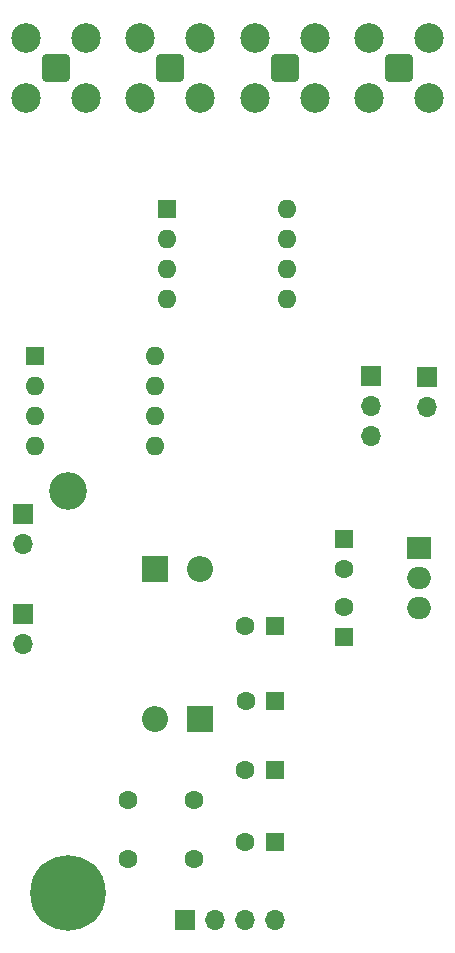
<source format=gbs>
G04 #@! TF.GenerationSoftware,KiCad,Pcbnew,7.0.2*
G04 #@! TF.CreationDate,2024-03-05T19:29:17+01:00*
G04 #@! TF.ProjectId,BalunAndFilter,42616c75-6e41-46e6-9446-696c7465722e,rev?*
G04 #@! TF.SameCoordinates,Original*
G04 #@! TF.FileFunction,Soldermask,Bot*
G04 #@! TF.FilePolarity,Negative*
%FSLAX46Y46*%
G04 Gerber Fmt 4.6, Leading zero omitted, Abs format (unit mm)*
G04 Created by KiCad (PCBNEW 7.0.2) date 2024-03-05 19:29:17*
%MOMM*%
%LPD*%
G01*
G04 APERTURE LIST*
G04 Aperture macros list*
%AMRoundRect*
0 Rectangle with rounded corners*
0 $1 Rounding radius*
0 $2 $3 $4 $5 $6 $7 $8 $9 X,Y pos of 4 corners*
0 Add a 4 corners polygon primitive as box body*
4,1,4,$2,$3,$4,$5,$6,$7,$8,$9,$2,$3,0*
0 Add four circle primitives for the rounded corners*
1,1,$1+$1,$2,$3*
1,1,$1+$1,$4,$5*
1,1,$1+$1,$6,$7*
1,1,$1+$1,$8,$9*
0 Add four rect primitives between the rounded corners*
20,1,$1+$1,$2,$3,$4,$5,0*
20,1,$1+$1,$4,$5,$6,$7,0*
20,1,$1+$1,$6,$7,$8,$9,0*
20,1,$1+$1,$8,$9,$2,$3,0*%
G04 Aperture macros list end*
%ADD10C,3.200000*%
%ADD11C,6.400000*%
%ADD12C,1.600000*%
%ADD13O,2.200000X2.200000*%
%ADD14R,2.200000X2.200000*%
%ADD15O,1.700000X1.700000*%
%ADD16R,1.700000X1.700000*%
%ADD17O,2.000000X1.905000*%
%ADD18R,2.000000X1.905000*%
%ADD19R,1.600000X1.600000*%
%ADD20O,1.600000X1.600000*%
%ADD21C,2.500000*%
%ADD22RoundRect,0.200100X-0.949900X-0.949900X0.949900X-0.949900X0.949900X0.949900X-0.949900X0.949900X0*%
G04 APERTURE END LIST*
D10*
G04 #@! TO.C,REF\u002A\u002A*
X107188000Y-75220000D03*
G04 #@! TD*
D11*
G04 #@! TO.C,REF\u002A\u002A*
X107188000Y-109220000D03*
G04 #@! TD*
D12*
G04 #@! TO.C,F2*
X112339000Y-101386000D03*
X112339000Y-106386000D03*
G04 #@! TD*
G04 #@! TO.C,F1*
X117927000Y-106386000D03*
X117927000Y-101386000D03*
G04 #@! TD*
D13*
G04 #@! TO.C,D3*
X114625000Y-94488000D03*
D14*
X114625000Y-81788000D03*
G04 #@! TD*
D13*
G04 #@! TO.C,D2*
X118435000Y-81788000D03*
D14*
X118435000Y-94488000D03*
G04 #@! TD*
D15*
G04 #@! TO.C,JP1*
X132843000Y-70567000D03*
X132843000Y-68027000D03*
D16*
X132843000Y-65487000D03*
G04 #@! TD*
D15*
G04 #@! TO.C,J8*
X137583500Y-68072000D03*
D16*
X137583500Y-65532000D03*
G04 #@! TD*
D17*
G04 #@! TO.C,U5*
X136977000Y-85090000D03*
X136977000Y-82550000D03*
D18*
X136977000Y-80010000D03*
G04 #@! TD*
D19*
G04 #@! TO.C,U2*
X104394000Y-63754000D03*
D20*
X104394000Y-66294000D03*
X104394000Y-68834000D03*
X104394000Y-71374000D03*
X114554000Y-71374000D03*
X114554000Y-68834000D03*
X114554000Y-66294000D03*
X114554000Y-63754000D03*
G04 #@! TD*
D19*
G04 #@! TO.C,U1*
X115570000Y-51308000D03*
D20*
X115570000Y-53848000D03*
X115570000Y-56388000D03*
X115570000Y-58928000D03*
X125730000Y-58928000D03*
X125730000Y-56388000D03*
X125730000Y-53848000D03*
X125730000Y-51308000D03*
G04 #@! TD*
D15*
G04 #@! TO.C,J7*
X124785000Y-111506000D03*
X122245000Y-111506000D03*
X119705000Y-111506000D03*
D16*
X117165000Y-111506000D03*
G04 #@! TD*
G04 #@! TO.C,J6*
X103378000Y-85598000D03*
D15*
X103378000Y-88138000D03*
G04 #@! TD*
D16*
G04 #@! TO.C,J5*
X103378000Y-77211000D03*
D15*
X103378000Y-79751000D03*
G04 #@! TD*
D21*
G04 #@! TO.C,J4*
X137812000Y-41910000D03*
X137812000Y-36830000D03*
X132732000Y-36830000D03*
X132732000Y-41910000D03*
D22*
X135272000Y-39370000D03*
G04 #@! TD*
D21*
G04 #@! TO.C,J3*
X128112000Y-41910000D03*
X128112000Y-36830000D03*
X123032000Y-36830000D03*
X123032000Y-41910000D03*
D22*
X125572000Y-39370000D03*
G04 #@! TD*
D21*
G04 #@! TO.C,J2*
X118412000Y-41910000D03*
X118412000Y-36830000D03*
X113332000Y-36830000D03*
X113332000Y-41910000D03*
D22*
X115872000Y-39370000D03*
G04 #@! TD*
D21*
G04 #@! TO.C,J1*
X108712000Y-41910000D03*
X108712000Y-36830000D03*
X103632000Y-36830000D03*
X103632000Y-41910000D03*
D22*
X106172000Y-39370000D03*
G04 #@! TD*
D12*
G04 #@! TO.C,C12*
X130627000Y-85065112D03*
D19*
X130627000Y-87565112D03*
G04 #@! TD*
D12*
G04 #@! TO.C,C11*
X130627000Y-81812888D03*
D19*
X130627000Y-79312888D03*
G04 #@! TD*
D12*
G04 #@! TO.C,C10*
X122220112Y-98806000D03*
D19*
X124720112Y-98806000D03*
G04 #@! TD*
G04 #@! TO.C,C9*
X124745000Y-104902000D03*
D12*
X122245000Y-104902000D03*
G04 #@! TD*
D19*
G04 #@! TO.C,C8*
X124720112Y-86614000D03*
D12*
X122220112Y-86614000D03*
G04 #@! TD*
D19*
G04 #@! TO.C,C7*
X124785000Y-92964000D03*
D12*
X122285000Y-92964000D03*
G04 #@! TD*
M02*

</source>
